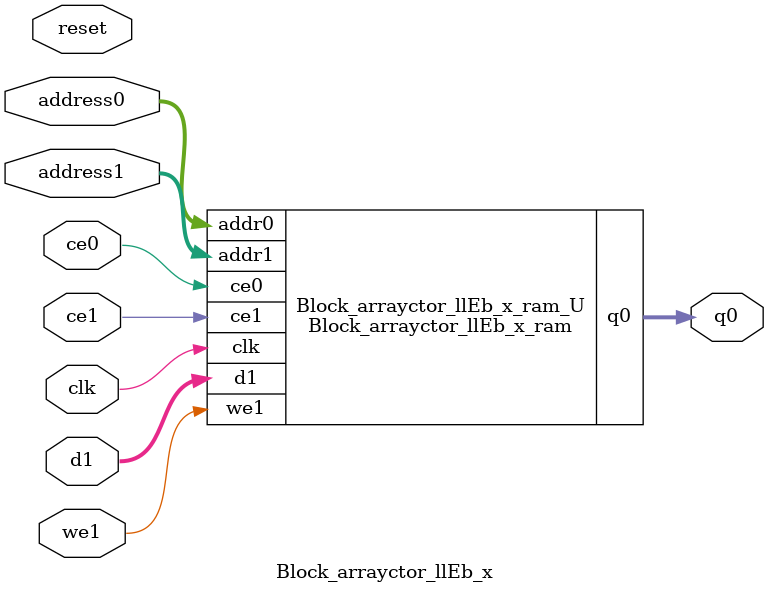
<source format=v>
`timescale 1 ns / 1 ps
module Block_arrayctor_llEb_x_ram (addr0, ce0, q0, addr1, ce1, d1, we1,  clk);

parameter DWIDTH = 5;
parameter AWIDTH = 6;
parameter MEM_SIZE = 64;

input[AWIDTH-1:0] addr0;
input ce0;
output reg[DWIDTH-1:0] q0;
input[AWIDTH-1:0] addr1;
input ce1;
input[DWIDTH-1:0] d1;
input we1;
input clk;

(* ram_style = "distributed" *)reg [DWIDTH-1:0] ram[0:MEM_SIZE-1];




always @(posedge clk)  
begin 
    if (ce0) begin
        q0 <= ram[addr0];
    end
end


always @(posedge clk)  
begin 
    if (ce1) begin
        if (we1) 
            ram[addr1] <= d1; 
    end
end


endmodule

`timescale 1 ns / 1 ps
module Block_arrayctor_llEb_x(
    reset,
    clk,
    address0,
    ce0,
    q0,
    address1,
    ce1,
    we1,
    d1);

parameter DataWidth = 32'd5;
parameter AddressRange = 32'd64;
parameter AddressWidth = 32'd6;
input reset;
input clk;
input[AddressWidth - 1:0] address0;
input ce0;
output[DataWidth - 1:0] q0;
input[AddressWidth - 1:0] address1;
input ce1;
input we1;
input[DataWidth - 1:0] d1;



Block_arrayctor_llEb_x_ram Block_arrayctor_llEb_x_ram_U(
    .clk( clk ),
    .addr0( address0 ),
    .ce0( ce0 ),
    .q0( q0 ),
    .addr1( address1 ),
    .ce1( ce1 ),
    .we1( we1 ),
    .d1( d1 ));

endmodule


</source>
